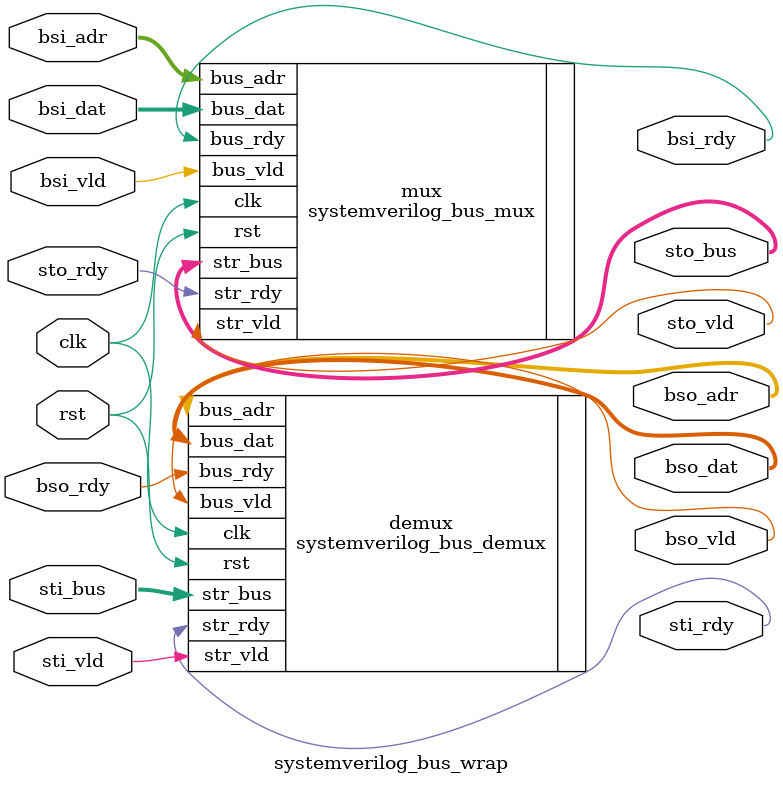
<source format=sv>

module systemverilog_bus_wrap (
  // system signals
  input  logic        clk,
  input  logic        rst,
  // input bus
  input  logic        bsi_vld,  // valid (chip select)
  input  logic [31:0] bsi_adr,  // address
  input  logic [31:0] bsi_dat,  // data
  output logic        bsi_rdy,  // ready (acknowledge)
  // output stream
  output logic        sto_vld,
  output logic  [7:0] sto_bus,
  input  logic        sto_rdy,
  // input stream
  input  logic        sti_vld,
  input  logic  [7:0] sti_bus,
  output logic        sti_rdy,
  // output bus
  output logic        bso_vld,  // valid (chip select)
  output logic [31:0] bso_adr,  // address
  output logic [31:0] bso_dat,  // data
  input  logic        bso_rdy   // ready (acknowledge)
);

systemverilog_bus_mux mux (
  // system signals
  .clk      (clk),
  .rst      (rst),
  // input bus
  .bus_vld  (bsi_vld),
  .bus_adr  (bsi_adr),
  .bus_dat  (bsi_dat),
  .bus_rdy  (bsi_rdy),
  // output stream
  .str_vld  (sto_vld),
  .str_bus  (sto_bus),
  .str_rdy  (sto_rdy)
);

systemverilog_bus_demux demux (
  // system signals
  .clk      (clk),
  .rst      (rst),
  // input stream
  .str_vld  (sti_vld),
  .str_bus  (sti_bus),
  .str_rdy  (sti_rdy),
  // output bus
  .bus_vld  (bso_vld),
  .bus_adr  (bso_adr),
  .bus_dat  (bso_dat),
  .bus_rdy  (bso_rdy)
);

endmodule : systemverilog_bus_wrap

</source>
